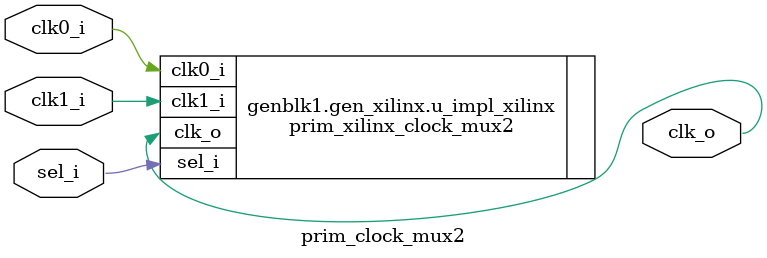
<source format=v>
module prim_clock_mux2 (
	clk0_i,
	clk1_i,
	sel_i,
	clk_o
);
	localparam prim_pkg_ImplXilinx = 1;
	parameter integer Impl = prim_pkg_ImplXilinx;
	input clk0_i;
	input clk1_i;
	input sel_i;
	output wire clk_o;
	localparam ImplGeneric = 0;
	localparam ImplXilinx = 1;
	generate
		if (Impl == ImplGeneric) begin : gen_generic
			prim_generic_clock_mux2 u_impl_generic(
				.clk0_i(clk0_i),
				.clk1_i(clk1_i),
				.sel_i(sel_i),
				.clk_o(clk_o)
			);
		end
		else if (Impl == ImplXilinx) begin : gen_xilinx
			prim_xilinx_clock_mux2 u_impl_xilinx(
				.clk0_i(clk0_i),
				.clk1_i(clk1_i),
				.sel_i(sel_i),
				.clk_o(clk_o)
			);
		end
	endgenerate
endmodule

</source>
